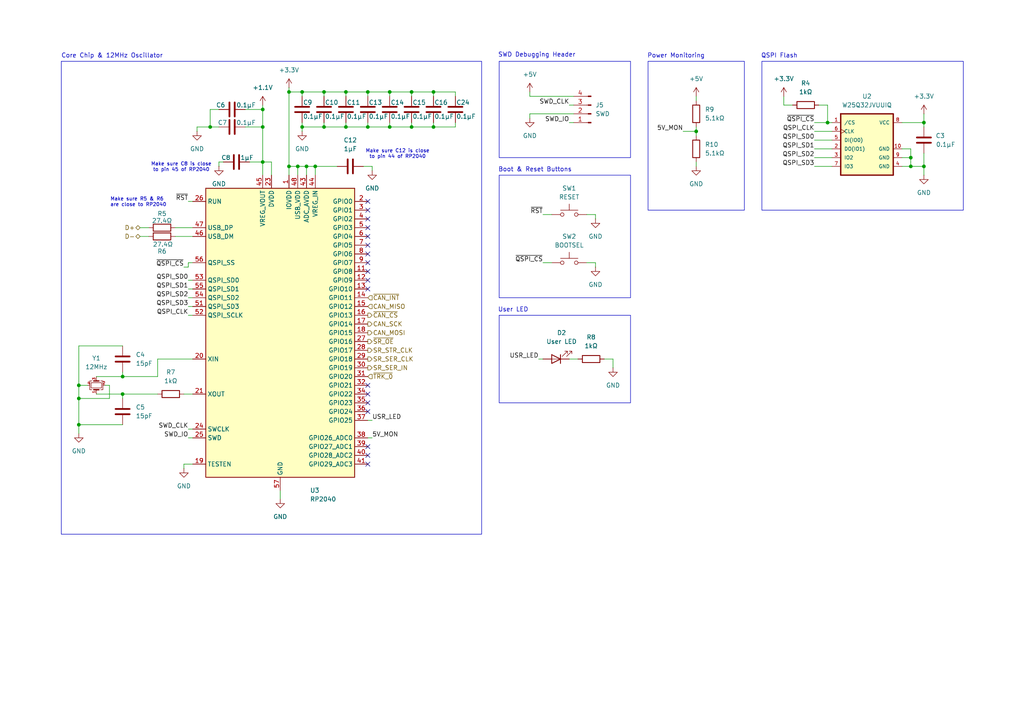
<source format=kicad_sch>
(kicad_sch (version 20250114) (generator "eeschema") (generator_version "9.0")
  (paper "A4")
  (lib_symbols
    (symbol "Connector:Conn_01x04_Pin" (pin_names (offset 1.016) (hide yes))
      (property "Reference" "J" (at 0 5.08 0))
      (property "Value" "Conn_01x04_Pin" (at 0 -7.62 0))
      (symbol "Conn_01x04_Pin_1_1"
        (rectangle (start 0.8636 2.667) (end 0 2.413) (stroke (width 0.1524)) (fill (type outline)))
        (rectangle (start 0.8636 0.127) (end 0 -0.127) (stroke (width 0.1524)) (fill (type outline)))
        (rectangle (start 0.8636 -2.413) (end 0 -2.667) (stroke (width 0.1524)) (fill (type outline)))
        (rectangle (start 0.8636 -4.953) (end 0 -5.207) (stroke (width 0.1524)) (fill (type outline)))
        (polyline (pts (xy 1.27 2.54) (xy 0.8636 2.54)) (stroke (width 0.1524)))
        (polyline (pts (xy 1.27 0) (xy 0.8636 0)) (stroke (width 0.1524)))
        (polyline (pts (xy 1.27 -2.54) (xy 0.8636 -2.54)) (stroke (width 0.1524)))
        (polyline (pts (xy 1.27 -5.08) (xy 0.8636 -5.08)) (stroke (width 0.1524)))
        (pin passive line (at 5.08 2.54 180) (length 3.81) (name "Pin_1") (number "1"))
        (pin passive line (at 5.08 0 180) (length 3.81) (name "Pin_2") (number "2"))
        (pin passive line (at 5.08 -2.54 180) (length 3.81) (name "Pin_3") (number "3"))
        (pin passive line (at 5.08 -5.08 180) (length 3.81) (name "Pin_4") (number "4"))
      )
    )
    (symbol "Device:C" (pin_numbers (hide yes)) (pin_names (offset 0.254))
      (property "Reference" "C" (at 0.635 2.54 0))
      (property "Value" "C" (at 0.635 -2.54 0))
      (symbol "C_0_1"
        (polyline (pts (xy -2.032 0.762) (xy 2.032 0.762)) (stroke (width 0.508)))
        (polyline (pts (xy -2.032 -0.762) (xy 2.032 -0.762)) (stroke (width 0.508)))
      )
      (symbol "C_1_1"
        (pin passive line (at 0 3.81 270) (length 2.794) (name "~") (number "1"))
        (pin passive line (at 0 -3.81 90) (length 2.794) (name "~") (number "2"))
      )
    )
    (symbol "Device:Crystal_GND24_Small" (pin_names (offset 1.016) (hide yes))
      (property "Reference" "Y" (at 1.27 4.445 0))
      (property "Value" "Crystal_GND24_Small" (at 1.27 2.54 0))
      (symbol "Crystal_GND24_Small_0_1"
        (polyline (pts (xy -1.27 1.27) (xy -1.27 1.905) (xy 1.27 1.905) (xy 1.27 1.27)))
        (polyline (pts (xy -1.27 -0.762) (xy -1.27 0.762)) (stroke (width 0.381)))
        (polyline (pts (xy -1.27 -1.27) (xy -1.27 -1.905) (xy 1.27 -1.905) (xy 1.27 -1.27)))
        (rectangle (start -0.762 -1.524) (end 0.762 1.524))
        (polyline (pts (xy 1.27 -0.762) (xy 1.27 0.762)) (stroke (width 0.381)))
      )
      (symbol "Crystal_GND24_Small_1_1"
        (pin passive line (at -2.54 0 0) (length 1.27) (name "1") (number "1"))
        (pin passive line (at 0 2.54 270) (length 0.635) (name "4") (number "4"))
        (pin passive line (at 0 -2.54 90) (length 0.635) (name "2") (number "2"))
        (pin passive line (at 2.54 0 180) (length 1.27) (name "3") (number "3"))
      )
    )
    (symbol "Device:LED" (pin_numbers (hide yes)) (pin_names (offset 1.016) (hide yes))
      (property "Reference" "D" (at 0 2.54 0))
      (property "Value" "LED" (at 0 -2.54 0))
      (symbol "LED_0_1"
        (polyline (pts (xy -3.048 -0.762) (xy -4.572 -2.286) (xy -3.81 -2.286) (xy -4.572 -2.286) (xy -4.572 -1.524)))
        (polyline (pts (xy -1.778 -0.762) (xy -3.302 -2.286) (xy -2.54 -2.286) (xy -3.302 -2.286) (xy -3.302 -1.524)))
        (polyline (pts (xy -1.27 0) (xy 1.27 0)))
        (polyline (pts (xy -1.27 -1.27) (xy -1.27 1.27)) (stroke (width 0.254)))
        (polyline (pts (xy 1.27 -1.27) (xy 1.27 1.27) (xy -1.27 0) (xy 1.27 -1.27)) (stroke (width 0.254)))
      )
      (symbol "LED_1_1"
        (pin passive line (at -3.81 0 0) (length 2.54) (name "K") (number "1"))
        (pin passive line (at 3.81 0 180) (length 2.54) (name "A") (number "2"))
      )
    )
    (symbol "Device:R" (pin_numbers (hide yes)) (pin_names (offset 0))
      (property "Reference" "R" (at 2.032 0 90))
      (property "Value" "R" (at 0 0 90))
      (symbol "R_0_1"
        (rectangle (start -1.016 -2.54) (end 1.016 2.54) (stroke (width 0.254)))
      )
      (symbol "R_1_1"
        (pin passive line (at 0 3.81 270) (length 1.27) (name "~") (number "1"))
        (pin passive line (at 0 -3.81 90) (length 1.27) (name "~") (number "2"))
      )
    )
    (symbol "MCU_RaspberryPi:RP2040"
      (property "Reference" "U" (at 17.78 45.72 0))
      (property "Value" "RP2040" (at 17.78 43.18 0))
      (symbol "RP2040_0_1"
        (rectangle (start -21.59 41.91) (end 21.59 -41.91) (stroke (width 0.254)) (fill (type background)))
      )
      (symbol "RP2040_1_1"
        (pin input line (at -25.4 38.1 0) (length 3.81) (name "RUN") (number "26"))
        (pin bidirectional line (at -25.4 30.48 0) (length 3.81) (name "USB_DP") (number "47"))
        (pin bidirectional line (at -25.4 27.94 0) (length 3.81) (name "USB_DM") (number "46"))
        (pin bidirectional line (at -25.4 20.32 0) (length 3.81) (name "QSPI_SS") (number "56"))
        (pin bidirectional line (at -25.4 15.24 0) (length 3.81) (name "QSPI_SD0") (number "53"))
        (pin bidirectional line (at -25.4 12.7 0) (length 3.81) (name "QSPI_SD1") (number "55"))
        (pin bidirectional line (at -25.4 10.16 0) (length 3.81) (name "QSPI_SD2") (number "54"))
        (pin bidirectional line (at -25.4 7.62 0) (length 3.81) (name "QSPI_SD3") (number "51"))
        (pin output line (at -25.4 5.08 0) (length 3.81) (name "QSPI_SCLK") (number "52"))
        (pin input line (at -25.4 -7.62 0) (length 3.81) (name "XIN") (number "20"))
        (pin passive line (at -25.4 -17.78 0) (length 3.81) (name "XOUT") (number "21"))
        (pin input line (at -25.4 -27.94 0) (length 3.81) (name "SWCLK") (number "24"))
        (pin bidirectional line (at -25.4 -30.48 0) (length 3.81) (name "SWD") (number "25"))
        (pin input line (at -25.4 -38.1 0) (length 3.81) (name "TESTEN") (number "19"))
        (pin power_out line (at -5.08 45.72 270) (length 3.81) (name "VREG_VOUT") (number "45"))
        (pin power_in line (at -2.54 45.72 270) (length 3.81) (name "DVDD") (number "23"))
        (pin passive line (at -2.54 45.72 270) (length 3.81) (hide yes) (name "DVDD") (number "50"))
        (pin power_in line (at 0 -45.72 90) (length 3.81) (name "GND") (number "57"))
        (pin power_in line (at 2.54 45.72 270) (length 3.81) (name "IOVDD") (number "1"))
        (pin passive line (at 2.54 45.72 270) (length 3.81) (hide yes) (name "IOVDD") (number "10"))
        (pin passive line (at 2.54 45.72 270) (length 3.81) (hide yes) (name "IOVDD") (number "22"))
        (pin passive line (at 2.54 45.72 270) (length 3.81) (hide yes) (name "IOVDD") (number "33"))
        (pin passive line (at 2.54 45.72 270) (length 3.81) (hide yes) (name "IOVDD") (number "42"))
        (pin passive line (at 2.54 45.72 270) (length 3.81) (hide yes) (name "IOVDD") (number "49"))
        (pin power_in line (at 5.08 45.72 270) (length 3.81) (name "USB_VDD") (number "48"))
        (pin power_in line (at 7.62 45.72 270) (length 3.81) (name "ADC_AVDD") (number "43"))
        (pin power_in line (at 10.16 45.72 270) (length 3.81) (name "VREG_IN") (number "44"))
        (pin bidirectional line (at 25.4 38.1 180) (length 3.81) (name "GPIO0") (number "2"))
        (pin bidirectional line (at 25.4 35.56 180) (length 3.81) (name "GPIO1") (number "3"))
        (pin bidirectional line (at 25.4 33.02 180) (length 3.81) (name "GPIO2") (number "4"))
        (pin bidirectional line (at 25.4 30.48 180) (length 3.81) (name "GPIO3") (number "5"))
        (pin bidirectional line (at 25.4 27.94 180) (length 3.81) (name "GPIO4") (number "6"))
        (pin bidirectional line (at 25.4 25.4 180) (length 3.81) (name "GPIO5") (number "7"))
        (pin bidirectional line (at 25.4 22.86 180) (length 3.81) (name "GPIO6") (number "8"))
        (pin bidirectional line (at 25.4 20.32 180) (length 3.81) (name "GPIO7") (number "9"))
        (pin bidirectional line (at 25.4 17.78 180) (length 3.81) (name "GPIO8") (number "11"))
        (pin bidirectional line (at 25.4 15.24 180) (length 3.81) (name "GPIO9") (number "12"))
        (pin bidirectional line (at 25.4 12.7 180) (length 3.81) (name "GPIO10") (number "13"))
        (pin bidirectional line (at 25.4 10.16 180) (length 3.81) (name "GPIO11") (number "14"))
        (pin bidirectional line (at 25.4 7.62 180) (length 3.81) (name "GPIO12") (number "15"))
        (pin bidirectional line (at 25.4 5.08 180) (length 3.81) (name "GPIO13") (number "16"))
        (pin bidirectional line (at 25.4 2.54 180) (length 3.81) (name "GPIO14") (number "17"))
        (pin bidirectional line (at 25.4 0 180) (length 3.81) (name "GPIO15") (number "18"))
        (pin bidirectional line (at 25.4 -2.54 180) (length 3.81) (name "GPIO16") (number "27"))
        (pin bidirectional line (at 25.4 -5.08 180) (length 3.81) (name "GPIO17") (number "28"))
        (pin bidirectional line (at 25.4 -7.62 180) (length 3.81) (name "GPIO18") (number "29"))
        (pin bidirectional line (at 25.4 -10.16 180) (length 3.81) (name "GPIO19") (number "30"))
        (pin bidirectional line (at 25.4 -12.7 180) (length 3.81) (name "GPIO20") (number "31"))
        (pin bidirectional line (at 25.4 -15.24 180) (length 3.81) (name "GPIO21") (number "32"))
        (pin bidirectional line (at 25.4 -17.78 180) (length 3.81) (name "GPIO22") (number "34"))
        (pin bidirectional line (at 25.4 -20.32 180) (length 3.81) (name "GPIO23") (number "35"))
        (pin bidirectional line (at 25.4 -22.86 180) (length 3.81) (name "GPIO24") (number "36"))
        (pin bidirectional line (at 25.4 -25.4 180) (length 3.81) (name "GPIO25") (number "37"))
        (pin bidirectional line (at 25.4 -30.48 180) (length 3.81) (name "GPIO26_ADC0") (number "38"))
        (pin bidirectional line (at 25.4 -33.02 180) (length 3.81) (name "GPIO27_ADC1") (number "39"))
        (pin bidirectional line (at 25.4 -35.56 180) (length 3.81) (name "GPIO28_ADC2") (number "40"))
        (pin bidirectional line (at 25.4 -38.1 180) (length 3.81) (name "GPIO29_ADC3") (number "41"))
      )
    )
    (symbol "PCM_0xcb:W25Q32JVUUIQ" (pin_names (offset 1.016))
      (property "Reference" "U?" (at 0 13.97 0))
      (property "Value" "W25Q32JVUUIQ" (at 0 11.43 0))
      (symbol "W25Q32JVUUIQ_0_0"
        (rectangle (start -7.62 8.89) (end 7.62 -8.89) (stroke (width 0.4064)) (fill (type background)))
        (pin input line (at -10.16 6.35 0) (length 2.5) (name "/CS") (number "1"))
        (pin bidirectional clock (at -10.16 3.81 0) (length 2.5) (name "CLK") (number "6"))
        (pin bidirectional line (at -10.16 1.27 0) (length 2.5) (name "DI(IO0)") (number "5"))
        (pin bidirectional line (at -10.16 -1.27 0) (length 2.5) (name "DO(IO1)") (number "2"))
        (pin bidirectional line (at -10.16 -3.81 0) (length 2.5) (name "IO2") (number "3"))
        (pin bidirectional line (at -10.16 -6.35 0) (length 2.5) (name "IO3") (number "7"))
        (pin power_in line (at 10.16 6.35 180) (length 2.5) (name "VCC") (number "8"))
        (pin power_in line (at 10.16 -1.27 180) (length 2.5) (name "GND") (number "10"))
        (pin power_in line (at 10.16 -3.81 180) (length 2.5) (name "GND") (number "9"))
        (pin power_in line (at 10.16 -6.35 180) (length 2.5) (name "GND") (number "4"))
      )
    )
    (symbol "Switch:SW_Push" (pin_numbers (hide yes)) (pin_names (offset 1.016) (hide yes))
      (property "Reference" "SW" (at 1.27 2.54 0))
      (property "Value" "SW_Push" (at 0 -1.524 0))
      (symbol "SW_Push_0_1"
        (circle (center -2.032 0) (radius 0.508))
        (polyline (pts (xy 0 1.27) (xy 0 3.048)))
        (circle (center 2.032 0) (radius 0.508))
        (polyline (pts (xy 2.54 1.27) (xy -2.54 1.27)))
        (pin passive line (at -5.08 0 0) (length 2.54) (name "1") (number "1"))
        (pin passive line (at 5.08 0 180) (length 2.54) (name "2") (number "2"))
      )
    )
    (symbol "power:+1V1" (power) (pin_numbers (hide yes)) (pin_names (offset 0) (hide yes))
      (property "Value" "+1V1" (at 0 3.556 0))
      (symbol "+1V1_0_1"
        (polyline (pts (xy -0.762 1.27) (xy 0 2.54)))
        (polyline (pts (xy 0 2.54) (xy 0.762 1.27)))
        (polyline (pts (xy 0 0) (xy 0 2.54)))
      )
      (symbol "+1V1_1_1"
        (pin power_in line (at 0 0 90) (length 0) (name "~") (number "1"))
      )
    )
    (symbol "power:+3.3V" (power) (pin_numbers (hide yes)) (pin_names (offset 0) (hide yes))
      (property "Value" "+3.3V" (at 0 3.556 0))
      (symbol "+3.3V_0_1"
        (polyline (pts (xy -0.762 1.27) (xy 0 2.54)))
        (polyline (pts (xy 0 2.54) (xy 0.762 1.27)))
        (polyline (pts (xy 0 0) (xy 0 2.54)))
      )
      (symbol "+3.3V_1_1"
        (pin power_in line (at 0 0 90) (length 0) (name "~") (number "1"))
      )
    )
    (symbol "power:+5V" (power) (pin_numbers (hide yes)) (pin_names (offset 0) (hide yes))
      (property "Value" "+5V" (at 0 3.556 0))
      (symbol "+5V_0_1"
        (polyline (pts (xy -0.762 1.27) (xy 0 2.54)))
        (polyline (pts (xy 0 2.54) (xy 0.762 1.27)))
        (polyline (pts (xy 0 0) (xy 0 2.54)))
      )
      (symbol "+5V_1_1"
        (pin power_in line (at 0 0 90) (length 0) (name "~") (number "1"))
      )
    )
    (symbol "power:GND" (power) (pin_numbers (hide yes)) (pin_names (offset 0) (hide yes))
      (property "Value" "GND" (at 0 -3.81 0))
      (symbol "GND_0_1"
        (polyline (pts (xy 0 0) (xy 0 -1.27) (xy 1.27 -1.27) (xy 0 -2.54) (xy -1.27 -1.27) (xy 0 -1.27)))
      )
      (symbol "GND_1_1"
        (pin power_in line (at 0 0 270) (length 0) (name "~") (number "1"))
      )
    )
  )
  (rectangle (start 144.78 17.78) (end 182.88 45.72))
  (rectangle (start 187.96 17.78) (end 215.9 60.96))
  (rectangle (start 144.78 91.44) (end 182.88 116.84))
  (rectangle (start 144.78 50.8) (end 182.88 86.36))
  (rectangle (start 17.78 17.78) (end 139.7 154.94))
  (rectangle (start 220.98 17.78) (end 279.4 60.96))
  (text "Power Monitoring" (at 196.088 16.256 0) (effects (font (size 1.27 1.27))))
  (text "User LED" (at 148.844 89.916 0) (effects (font (size 1.27 1.27))))
  (text "Boot & Reset Buttons" (at 155.194 49.276 0) (effects (font (size 1.27 1.27))))
  (text "QSPI Flash" (at 226.06 16.256 0) (effects (font (size 1.27 1.27))))
  (text "Core Chip & 12MHz Oscillator" (at 32.512 16.256 0) (effects (font (size 1.27 1.27))))
  (text "SWD Debugging Header" (at 155.702 16.002 0) (effects (font (size 1.27 1.27))))
  (text "Make sure C12 is close\nto pin 44 of RP2040" (at 115.316 44.704 0) (effects (font (size 1.016 1.016))))
  (text "Make sure R5 & R6 \nare close to RP2040" (at 40.132 58.674 0) (effects (font (size 1.016 1.016))))
  (text "Make sure C8 is close\nto pin 45 of RP2040" (at 52.578 48.514 0) (effects (font (size 1.016 1.016))))
  (junction (at 35.56 114.3))
  (junction (at 93.98 26.67))
  (junction (at 119.38 26.67))
  (junction (at 22.86 111.76))
  (junction (at 240.03 35.56))
  (junction (at 87.63 36.83))
  (junction (at 100.33 36.83))
  (junction (at 86.36 48.26))
  (junction (at 76.2 31.75))
  (junction (at 113.03 26.67))
  (junction (at 119.38 36.83))
  (junction (at 201.93 38.1))
  (junction (at 22.86 115.57))
  (junction (at 106.68 26.67))
  (junction (at 125.73 26.67))
  (junction (at 83.82 26.67))
  (junction (at 35.56 109.22))
  (junction (at 267.97 48.26))
  (junction (at 125.73 36.83))
  (junction (at 91.44 48.26))
  (junction (at 264.16 45.72))
  (junction (at 113.03 36.83))
  (junction (at 60.96 36.83))
  (junction (at 100.33 26.67))
  (junction (at 76.2 46.99))
  (junction (at 93.98 36.83))
  (junction (at 83.82 48.26))
  (junction (at 267.97 35.56))
  (junction (at 22.86 123.19))
  (junction (at 87.63 26.67))
  (junction (at 88.9 48.26))
  (junction (at 264.16 48.26))
  (junction (at 106.68 36.83))
  (junction (at 76.2 36.83))
  (no_connect (at 106.68 129.54))
  (no_connect (at 106.68 134.62))
  (no_connect (at 106.68 132.08))
  (no_connect (at 106.68 114.3))
  (no_connect (at 106.68 68.58))
  (no_connect (at 106.68 71.12))
  (no_connect (at 106.68 76.2))
  (no_connect (at 106.68 66.04))
  (no_connect (at 106.68 81.28))
  (no_connect (at 106.68 78.74))
  (no_connect (at 106.68 58.42))
  (no_connect (at 106.68 83.82))
  (no_connect (at 106.68 116.84))
  (no_connect (at 106.68 60.96))
  (no_connect (at 106.68 111.76))
  (no_connect (at 106.68 119.38))
  (no_connect (at 106.68 73.66))
  (no_connect (at 106.68 63.5))
  (wire (pts (xy 165.1 30.48) (xy 166.37 30.48)))
  (wire (pts (xy 107.95 49.53) (xy 107.95 48.26)))
  (wire (pts (xy 264.16 43.18) (xy 264.16 45.72)))
  (wire (pts (xy 55.88 134.62) (xy 53.34 134.62)))
  (wire (pts (xy 236.22 43.18) (xy 241.3 43.18)))
  (wire (pts (xy 54.61 81.28) (xy 55.88 81.28)))
  (wire (pts (xy 83.82 48.26) (xy 86.36 48.26)))
  (wire (pts (xy 201.93 36.83) (xy 201.93 38.1)))
  (wire (pts (xy 76.2 31.75) (xy 71.12 31.75)))
  (wire (pts (xy 267.97 48.26) (xy 267.97 50.8)))
  (wire (pts (xy 113.03 36.83) (xy 106.68 36.83)))
  (wire (pts (xy 53.34 114.3) (xy 55.88 114.3)))
  (wire (pts (xy 88.9 50.8) (xy 88.9 48.26)))
  (wire (pts (xy 57.15 38.1) (xy 57.15 36.83)))
  (wire (pts (xy 40.64 68.58) (xy 43.18 68.58)))
  (wire (pts (xy 76.2 46.99) (xy 76.2 50.8)))
  (wire (pts (xy 236.22 40.64) (xy 241.3 40.64)))
  (wire (pts (xy 27.94 114.3) (xy 35.56 114.3)))
  (wire (pts (xy 50.8 68.58) (xy 55.88 68.58)))
  (wire (pts (xy 22.86 100.33) (xy 22.86 111.76)))
  (wire (pts (xy 53.34 77.47) (xy 54.61 77.47)))
  (wire (pts (xy 132.08 26.67) (xy 125.73 26.67)))
  (wire (pts (xy 106.68 127) (xy 107.95 127)))
  (wire (pts (xy 153.67 33.02) (xy 153.67 34.29)))
  (wire (pts (xy 100.33 26.67) (xy 106.68 26.67)))
  (wire (pts (xy 267.97 33.02) (xy 267.97 35.56)))
  (wire (pts (xy 91.44 50.8) (xy 91.44 48.26)))
  (wire (pts (xy 55.88 104.14) (xy 45.72 104.14)))
  (wire (pts (xy 35.56 114.3) (xy 45.72 114.3)))
  (wire (pts (xy 132.08 27.94) (xy 132.08 26.67)))
  (wire (pts (xy 172.72 76.2) (xy 172.72 77.47)))
  (wire (pts (xy 76.2 31.75) (xy 76.2 36.83)))
  (wire (pts (xy 93.98 27.94) (xy 93.98 26.67)))
  (wire (pts (xy 81.28 142.24) (xy 81.28 144.78)))
  (wire (pts (xy 22.86 115.57) (xy 22.86 123.19)))
  (wire (pts (xy 35.56 123.19) (xy 22.86 123.19)))
  (wire (pts (xy 106.68 36.83) (xy 100.33 36.83)))
  (wire (pts (xy 25.4 111.76) (xy 22.86 111.76)))
  (wire (pts (xy 198.12 38.1) (xy 201.93 38.1)))
  (wire (pts (xy 54.61 83.82) (xy 55.88 83.82)))
  (wire (pts (xy 261.62 45.72) (xy 264.16 45.72)))
  (wire (pts (xy 27.94 109.22) (xy 35.56 109.22)))
  (wire (pts (xy 93.98 35.56) (xy 93.98 36.83)))
  (wire (pts (xy 106.68 121.92) (xy 107.95 121.92)))
  (wire (pts (xy 63.5 36.83) (xy 60.96 36.83)))
  (wire (pts (xy 54.61 124.46) (xy 55.88 124.46)))
  (wire (pts (xy 54.61 58.42) (xy 55.88 58.42)))
  (wire (pts (xy 125.73 27.94) (xy 125.73 26.67)))
  (wire (pts (xy 63.5 31.75) (xy 60.96 31.75)))
  (wire (pts (xy 83.82 26.67) (xy 87.63 26.67)))
  (wire (pts (xy 156.21 104.14) (xy 157.48 104.14)))
  (wire (pts (xy 88.9 48.26) (xy 91.44 48.26)))
  (wire (pts (xy 54.61 77.47) (xy 54.61 76.2)))
  (wire (pts (xy 261.62 35.56) (xy 267.97 35.56)))
  (wire (pts (xy 53.34 134.62) (xy 53.34 135.89)))
  (wire (pts (xy 54.61 86.36) (xy 55.88 86.36)))
  (wire (pts (xy 93.98 26.67) (xy 87.63 26.67)))
  (wire (pts (xy 72.39 46.99) (xy 76.2 46.99)))
  (wire (pts (xy 113.03 35.56) (xy 113.03 36.83)))
  (wire (pts (xy 157.48 76.2) (xy 160.02 76.2)))
  (wire (pts (xy 240.03 30.48) (xy 240.03 35.56)))
  (wire (pts (xy 88.9 48.26) (xy 86.36 48.26)))
  (wire (pts (xy 170.18 76.2) (xy 172.72 76.2)))
  (wire (pts (xy 236.22 45.72) (xy 241.3 45.72)))
  (wire (pts (xy 201.93 38.1) (xy 201.93 39.37)))
  (wire (pts (xy 166.37 33.02) (xy 153.67 33.02)))
  (wire (pts (xy 50.8 66.04) (xy 55.88 66.04)))
  (wire (pts (xy 78.74 46.99) (xy 78.74 50.8)))
  (wire (pts (xy 83.82 50.8) (xy 83.82 48.26)))
  (wire (pts (xy 40.64 66.04) (xy 43.18 66.04)))
  (wire (pts (xy 83.82 25.4) (xy 83.82 26.67)))
  (wire (pts (xy 91.44 48.26) (xy 97.79 48.26)))
  (wire (pts (xy 125.73 35.56) (xy 125.73 36.83)))
  (wire (pts (xy 201.93 46.99) (xy 201.93 48.26)))
  (wire (pts (xy 119.38 35.56) (xy 119.38 36.83)))
  (wire (pts (xy 57.15 36.83) (xy 60.96 36.83)))
  (wire (pts (xy 107.95 48.26) (xy 105.41 48.26)))
  (wire (pts (xy 119.38 26.67) (xy 113.03 26.67)))
  (wire (pts (xy 267.97 44.45) (xy 267.97 48.26)))
  (wire (pts (xy 100.33 35.56) (xy 100.33 36.83)))
  (wire (pts (xy 236.22 35.56) (xy 240.03 35.56)))
  (wire (pts (xy 22.86 111.76) (xy 22.86 115.57)))
  (wire (pts (xy 237.49 30.48) (xy 240.03 30.48)))
  (wire (pts (xy 45.72 109.22) (xy 35.56 109.22)))
  (wire (pts (xy 45.72 104.14) (xy 45.72 109.22)))
  (wire (pts (xy 54.61 127) (xy 55.88 127)))
  (wire (pts (xy 106.68 27.94) (xy 106.68 26.67)))
  (wire (pts (xy 87.63 27.94) (xy 87.63 26.67)))
  (wire (pts (xy 177.8 104.14) (xy 177.8 106.68)))
  (wire (pts (xy 227.33 30.48) (xy 229.87 30.48)))
  (wire (pts (xy 31.75 111.76) (xy 31.75 115.57)))
  (wire (pts (xy 267.97 35.56) (xy 267.97 36.83)))
  (wire (pts (xy 63.5 46.99) (xy 64.77 46.99)))
  (wire (pts (xy 157.48 62.23) (xy 160.02 62.23)))
  (wire (pts (xy 165.1 35.56) (xy 166.37 35.56)))
  (wire (pts (xy 54.61 76.2) (xy 55.88 76.2)))
  (wire (pts (xy 175.26 104.14) (xy 177.8 104.14)))
  (wire (pts (xy 261.62 43.18) (xy 264.16 43.18)))
  (wire (pts (xy 83.82 26.67) (xy 83.82 48.26)))
  (wire (pts (xy 31.75 115.57) (xy 22.86 115.57)))
  (wire (pts (xy 35.56 100.33) (xy 22.86 100.33)))
  (wire (pts (xy 71.12 36.83) (xy 76.2 36.83)))
  (wire (pts (xy 35.56 107.95) (xy 35.56 109.22)))
  (wire (pts (xy 87.63 36.83) (xy 87.63 38.1)))
  (wire (pts (xy 125.73 36.83) (xy 119.38 36.83)))
  (wire (pts (xy 170.18 62.23) (xy 172.72 62.23)))
  (wire (pts (xy 60.96 31.75) (xy 60.96 36.83)))
  (wire (pts (xy 132.08 35.56) (xy 132.08 36.83)))
  (wire (pts (xy 54.61 88.9) (xy 55.88 88.9)))
  (wire (pts (xy 93.98 36.83) (xy 87.63 36.83)))
  (wire (pts (xy 165.1 104.14) (xy 167.64 104.14)))
  (wire (pts (xy 132.08 36.83) (xy 125.73 36.83)))
  (wire (pts (xy 240.03 35.56) (xy 241.3 35.56)))
  (wire (pts (xy 113.03 26.67) (xy 106.68 26.67)))
  (wire (pts (xy 76.2 46.99) (xy 78.74 46.99)))
  (wire (pts (xy 35.56 114.3) (xy 35.56 115.57)))
  (wire (pts (xy 172.72 62.23) (xy 172.72 63.5)))
  (wire (pts (xy 100.33 27.94) (xy 100.33 26.67)))
  (wire (pts (xy 100.33 36.83) (xy 93.98 36.83)))
  (wire (pts (xy 22.86 123.19) (xy 22.86 125.73)))
  (wire (pts (xy 119.38 27.94) (xy 119.38 26.67)))
  (wire (pts (xy 54.61 91.44) (xy 55.88 91.44)))
  (wire (pts (xy 236.22 48.26) (xy 241.3 48.26)))
  (wire (pts (xy 227.33 27.94) (xy 227.33 30.48)))
  (wire (pts (xy 261.62 48.26) (xy 264.16 48.26)))
  (wire (pts (xy 76.2 30.48) (xy 76.2 31.75)))
  (wire (pts (xy 264.16 48.26) (xy 267.97 48.26)))
  (wire (pts (xy 87.63 35.56) (xy 87.63 36.83)))
  (wire (pts (xy 153.67 27.94) (xy 153.67 26.67)))
  (wire (pts (xy 86.36 48.26) (xy 86.36 50.8)))
  (wire (pts (xy 166.37 27.94) (xy 153.67 27.94)))
  (wire (pts (xy 31.75 111.76) (xy 30.48 111.76)))
  (wire (pts (xy 93.98 26.67) (xy 100.33 26.67)))
  (wire (pts (xy 106.68 35.56) (xy 106.68 36.83)))
  (wire (pts (xy 125.73 26.67) (xy 119.38 26.67)))
  (wire (pts (xy 76.2 36.83) (xy 76.2 46.99)))
  (wire (pts (xy 236.22 38.1) (xy 241.3 38.1)))
  (wire (pts (xy 113.03 27.94) (xy 113.03 26.67)))
  (wire (pts (xy 201.93 27.94) (xy 201.93 29.21)))
  (wire (pts (xy 119.38 36.83) (xy 113.03 36.83)))
  (wire (pts (xy 264.16 45.72) (xy 264.16 48.26)))
  (wire (pts (xy 63.5 48.26) (xy 63.5 46.99)))
  (label "QSPI_SD1" (at 236.22 43.18 180))
  (label "SWD_CLK" (at 54.61 124.46 180))
  (label "QSPI_SD2" (at 54.61 86.36 180))
  (label "QSPI_SD1" (at 54.61 83.82 180))
  (label "USR_LED" (at 107.95 121.92 0))
  (label "5V_MON" (at 198.12 38.1 180))
  (label "QSPI_SD2" (at 236.22 45.72 180))
  (label "QSPI_SD3" (at 54.61 88.9 180))
  (label "~{QSPI_CS}" (at 53.34 77.47 180))
  (label "SWD_CLK" (at 165.1 30.48 180))
  (label "QSPI_SD0" (at 236.22 40.64 180))
  (label "QSPI_CLK" (at 236.22 38.1 180))
  (label "~{QSPI_CS}" (at 236.22 35.56 180))
  (label "SWD_IO" (at 54.61 127 180))
  (label "QSPI_CLK" (at 54.61 91.44 180))
  (label "5V_MON" (at 107.95 127 0))
  (label "USR_LED" (at 156.21 104.14 180))
  (label "~{RST}" (at 157.48 62.23 180))
  (label "QSPI_SD0" (at 54.61 81.28 180))
  (label "SWD_IO" (at 165.1 35.56 180))
  (label "~{RST}" (at 54.61 58.42 180))
  (label "~{QSPI_CS}" (at 157.48 76.2 180))
  (label "QSPI_SD3" (at 236.22 48.26 180))
  (hierarchical_label "D+" (shape bidirectional) (at 40.64 66.04 180))
  (hierarchical_label "CAN_MISO" (shape input) (at 106.68 88.9 0))
  (hierarchical_label "~{CAN_INT}" (shape input) (at 106.68 86.36 0))
  (hierarchical_label "~{SR_OE}" (shape output) (at 106.68 99.06 0))
  (hierarchical_label "CAN_SCK" (shape output) (at 106.68 93.98 0))
  (hierarchical_label "~{TRK_0}" (shape input) (at 106.68 109.22 0))
  (hierarchical_label "~{CAN_CS}" (shape output) (at 106.68 91.44 0))
  (hierarchical_label "SR_SER_CLK" (shape output) (at 106.68 104.14 0))
  (hierarchical_label "SR_STR_CLK" (shape output) (at 106.68 101.6 0))
  (hierarchical_label "D-" (shape bidirectional) (at 40.64 68.58 180))
  (hierarchical_label "SR_SER_IN" (shape output) (at 106.68 106.68 0))
  (hierarchical_label "CAN_MOSI" (shape output) (at 106.68 96.52 0))
  (symbol (lib_id "power:+1V1") (at 76.2 30.48 0) (mirror y) (unit 1)
    (property "Reference" "#PWR023" (effects (hide yes)))
    (property "Value" "+1.1V" (at 76.2 25.4 0))
    (property "Description" "Power symbol creates a global label with name \"+1V1\"" (effects (hide yes)))
  )
  (symbol (lib_id "Device:C") (at 119.38 31.75 0) (mirror y) (unit 1)
    (property "Reference" "C15" (at 119.634 29.718 0) (effects (justify right)))
    (property "Value" "0.1µF" (at 119.634 33.782 0) (effects (justify right)))
    (property "Footprint" "Capacitor_SMD:C_0402_1005Metric" (effects (hide yes)))
    (property "Description" "Unpolarized capacitor" (effects (hide yes)))
  )
  (symbol (lib_id "power:GND") (at 153.67 34.29 0) (unit 1)
    (property "Reference" "#PWR029" (effects (hide yes)))
    (property "Value" "GND" (at 153.67 39.37 0))
    (property "Description" "Power symbol creates a global label with name \"GND\" , ground" (effects (hide yes)))
  )
  (symbol (lib_id "power:+3.3V") (at 83.82 25.4 0) (unit 1)
    (property "Reference" "#PWR025" (effects (hide yes)))
    (property "Value" "+3.3V" (at 83.82 20.32 0))
    (property "Description" "Power symbol creates a global label with name \"+3.3V\"" (effects (hide yes)))
  )
  (symbol (lib_id "power:GND") (at 172.72 77.47 0) (unit 1)
    (property "Reference" "#PWR031" (effects (hide yes)))
    (property "Value" "GND" (at 172.72 82.55 0))
    (property "Description" "Power symbol creates a global label with name \"GND\" , ground" (effects (hide yes)))
  )
  (symbol (lib_id "Device:C") (at 113.03 31.75 0) (mirror y) (unit 1)
    (property "Reference" "C14" (at 113.284 29.718 0) (effects (justify right)))
    (property "Value" "0.1µF" (at 113.284 33.782 0) (effects (justify right)))
    (property "Footprint" "Capacitor_SMD:C_0402_1005Metric" (effects (hide yes)))
    (property "Description" "Unpolarized capacitor" (effects (hide yes)))
  )
  (symbol (lib_id "power:GND") (at 63.5 48.26 0) (unit 1)
    (property "Reference" "#PWR022" (effects (hide yes)))
    (property "Value" "GND" (at 63.5 53.34 0))
    (property "Description" "Power symbol creates a global label with name \"GND\" , ground" (effects (hide yes)))
  )
  (symbol (lib_id "Device:R") (at 233.68 30.48 270) (unit 1)
    (property "Reference" "R4" (at 233.68 24.13 90))
    (property "Value" "1kΩ" (at 233.68 26.67 90))
    (property "Footprint" "Resistor_SMD:R_0402_1005Metric" (effects (hide yes)))
    (property "Description" "Resistor" (effects (hide yes)))
  )
  (symbol (lib_id "power:GND") (at 53.34 135.89 0) (unit 1)
    (property "Reference" "#PWR020" (effects (hide yes)))
    (property "Value" "GND" (at 53.34 140.97 0))
    (property "Description" "Power symbol creates a global label with name \"GND\" , ground" (effects (hide yes)))
  )
  (symbol (lib_id "power:+3.3V") (at 267.97 33.02 0) (mirror y) (unit 1)
    (property "Reference" "#PWR017" (effects (hide yes)))
    (property "Value" "+3.3V" (at 267.97 27.94 0))
    (property "Description" "Power symbol creates a global label with name \"+3.3V\"" (effects (hide yes)))
  )
  (symbol (lib_id "power:GND") (at 22.86 125.73 0) (unit 1)
    (property "Reference" "#PWR019" (effects (hide yes)))
    (property "Value" "GND" (at 22.86 130.81 0))
    (property "Description" "Power symbol creates a global label with name \"GND\" , ground" (effects (hide yes)))
  )
  (symbol (lib_id "power:GND") (at 107.95 49.53 0) (mirror y) (unit 1)
    (property "Reference" "#PWR027" (effects (hide yes)))
    (property "Value" "GND" (at 107.95 54.61 0))
    (property "Description" "Power symbol creates a global label with name \"GND\" , ground" (effects (hide yes)))
  )
  (symbol (lib_id "Device:C") (at 132.08 31.75 0) (mirror y) (unit 1)
    (property "Reference" "C24" (at 132.334 29.718 0) (effects (justify right)))
    (property "Value" "0.1µF" (at 132.334 33.782 0) (effects (justify right)))
    (property "Footprint" "Capacitor_SMD:C_0402_1005Metric" (effects (hide yes)))
    (property "Description" "Unpolarized capacitor" (effects (hide yes)))
  )
  (symbol (lib_id "PCM_0xcb:W25Q32JVUUIQ") (at 251.46 41.91 0) (unit 1)
    (property "Reference" "U2" (at 251.46 27.94 0))
    (property "Value" "W25Q32JVUUIQ" (at 251.46 30.48 0))
    (property "Footprint" "PCM_0xcb:W25Q32JVUUIQ" (effects (hide yes)))
    (property "Datasheet" "https://datasheet.lcsc.com/lcsc/2204191800_Winbond-Elec-W25Q32JVUUIQ_C2999380.pdf" (effects (hide yes)))
    (property "Description" "4MB flash" (effects (hide yes)))
    (property "Manufacturer" "Winbond" (effects (hide yes)))
    (property "LCSC" "C2999380" (effects (hide yes)))
    (property "MPN" "W25Q32JVUUIQ" (effects (hide yes)))
  )
  (symbol (lib_id "Device:R") (at 46.99 66.04 270) (unit 1)
    (property "Reference" "R5" (at 46.99 61.976 90))
    (property "Value" "27.4Ω" (at 46.99 64.008 90))
    (property "Footprint" "Resistor_SMD:R_0402_1005Metric" (effects (hide yes)))
    (property "Description" "Resistor" (effects (hide yes)))
  )
  (symbol (lib_id "Device:LED") (at 161.29 104.14 180) (unit 1)
    (property "Reference" "D2" (at 162.8775 96.52 0))
    (property "Value" "User LED" (at 162.8775 99.06 0))
    (property "Footprint" "LED_SMD:LED_0603_1608Metric" (effects (hide yes)))
    (property "Description" "Light emitting diode" (effects (hide yes)))
  )
  (symbol (lib_id "Device:C") (at 93.98 31.75 0) (mirror y) (unit 1)
    (property "Reference" "C10" (at 94.234 29.718 0) (effects (justify right)))
    (property "Value" "0.1µF" (at 94.234 33.782 0) (effects (justify right)))
    (property "Footprint" "Capacitor_SMD:C_0402_1005Metric" (effects (hide yes)))
    (property "Description" "Unpolarized capacitor" (effects (hide yes)))
  )
  (symbol (lib_id "MCU_RaspberryPi:RP2040") (at 81.28 96.52 0) (unit 1)
    (property "Reference" "U3" (at 89.916 142.24 0) (effects (justify left)))
    (property "Value" "RP2040" (at 89.916 144.78 0) (effects (justify left)))
    (property "Footprint" "Package_DFN_QFN:QFN-56-1EP_7x7mm_P0.4mm_EP3.2x3.2mm" (effects (hide yes)))
    (property "Datasheet" "https://datasheets.raspberrypi.com/rp2040/rp2040-datasheet.pdf" (effects (hide yes)))
    (property "Description" "A microcontroller by Raspberry Pi" (effects (hide yes)))
  )
  (symbol (lib_id "Device:R") (at 201.93 43.18 0) (unit 1)
    (property "Reference" "R10" (at 204.47 41.9099 0) (effects (justify left)))
    (property "Value" "5.1kΩ" (at 204.47 44.4499 0) (effects (justify left)))
    (property "Footprint" "Resistor_SMD:R_0402_1005Metric" (effects (hide yes)))
    (property "Description" "Resistor" (effects (hide yes)))
  )
  (symbol (lib_id "power:GND") (at 201.93 48.26 0) (unit 1)
    (property "Reference" "#PWR034" (effects (hide yes)))
    (property "Value" "GND" (at 201.93 53.34 0))
    (property "Description" "Power symbol creates a global label with name \"GND\" , ground" (effects (hide yes)))
  )
  (symbol (lib_id "power:+5V") (at 153.67 26.67 0) (unit 1)
    (property "Reference" "#PWR028" (effects (hide yes)))
    (property "Value" "+5V" (at 153.67 21.59 0))
    (property "Description" "Power symbol creates a global label with name \"+5V\"" (effects (hide yes)))
  )
  (symbol (lib_id "Device:C") (at 101.6 48.26 270) (mirror x) (unit 1)
    (property "Reference" "C12" (at 101.6 40.64 90))
    (property "Value" "1µF" (at 101.6 43.18 90))
    (property "Footprint" "Capacitor_SMD:C_0402_1005Metric" (effects (hide yes)))
    (property "Description" "Unpolarized capacitor" (effects (hide yes)))
  )
  (symbol (lib_id "power:+3.3V") (at 227.33 27.94 0) (unit 1)
    (property "Reference" "#PWR018" (effects (hide yes)))
    (property "Value" "+3.3V" (at 227.33 22.86 0))
    (property "Description" "Power symbol creates a global label with name \"+3.3V\"" (effects (hide yes)))
  )
  (symbol (lib_id "Switch:SW_Push") (at 165.1 62.23 0) (unit 1)
    (property "Reference" "SW1" (at 165.1 54.61 0))
    (property "Value" "RESET" (at 165.1 57.15 0))
    (property "Footprint" "Button_Switch_SMD:SW_SPST_B3U-1000P" (effects (hide yes)))
    (property "Description" "Push button switch, generic, two pins" (effects (hide yes)))
  )
  (symbol (lib_id "Device:C") (at 67.31 36.83 270) (mirror x) (unit 1)
    (property "Reference" "C7" (at 64.516 35.56 90))
    (property "Value" "0.1µF" (at 71.374 35.56 90))
    (property "Footprint" "Capacitor_SMD:C_0402_1005Metric" (effects (hide yes)))
    (property "Description" "Unpolarized capacitor" (effects (hide yes)))
  )
  (symbol (lib_id "Device:C") (at 100.33 31.75 0) (mirror y) (unit 1)
    (property "Reference" "C11" (at 100.584 29.718 0) (effects (justify right)))
    (property "Value" "0.1µF" (at 100.584 33.782 0) (effects (justify right)))
    (property "Footprint" "Capacitor_SMD:C_0402_1005Metric" (effects (hide yes)))
    (property "Description" "Unpolarized capacitor" (effects (hide yes)))
  )
  (symbol (lib_id "power:GND") (at 57.15 38.1 0) (mirror y) (unit 1)
    (property "Reference" "#PWR021" (effects (hide yes)))
    (property "Value" "GND" (at 57.15 43.18 0))
    (property "Description" "Power symbol creates a global label with name \"GND\" , ground" (effects (hide yes)))
  )
  (symbol (lib_id "power:+5V") (at 201.93 27.94 0) (unit 1)
    (property "Reference" "#PWR033" (effects (hide yes)))
    (property "Value" "+5V" (at 201.93 22.86 0))
    (property "Description" "Power symbol creates a global label with name \"+5V\"" (effects (hide yes)))
  )
  (symbol (lib_id "Device:C") (at 67.31 31.75 270) (mirror x) (unit 1)
    (property "Reference" "C6" (at 64.008 30.48 90))
    (property "Value" "0.1µF" (at 71.374 30.48 90))
    (property "Footprint" "Capacitor_SMD:C_0402_1005Metric" (effects (hide yes)))
    (property "Description" "Unpolarized capacitor" (effects (hide yes)))
  )
  (symbol (lib_id "Device:R") (at 49.53 114.3 90) (unit 1)
    (property "Reference" "R7" (at 49.53 107.95 90))
    (property "Value" "1kΩ" (at 49.53 110.49 90))
    (property "Footprint" "Resistor_SMD:R_0402_1005Metric" (effects (hide yes)))
    (property "Description" "Resistor" (effects (hide yes)))
  )
  (symbol (lib_id "Device:C") (at 35.56 119.38 180) (unit 1)
    (property "Reference" "C5" (at 39.37 118.1099 0) (effects (justify right)))
    (property "Value" "15pF" (at 39.37 120.6499 0) (effects (justify right)))
    (property "Footprint" "Capacitor_SMD:C_0402_1005Metric" (effects (hide yes)))
    (property "Description" "Unpolarized capacitor" (effects (hide yes)))
  )
  (symbol (lib_id "Device:C") (at 125.73 31.75 0) (mirror y) (unit 1)
    (property "Reference" "C16" (at 125.984 29.718 0) (effects (justify right)))
    (property "Value" "0.1µF" (at 125.984 33.782 0) (effects (justify right)))
    (property "Footprint" "Capacitor_SMD:C_0402_1005Metric" (effects (hide yes)))
    (property "Description" "Unpolarized capacitor" (effects (hide yes)))
  )
  (symbol (lib_id "Device:C") (at 35.56 104.14 180) (unit 1)
    (property "Reference" "C4" (at 39.37 102.8699 0) (effects (justify right)))
    (property "Value" "15pF" (at 39.37 105.4099 0) (effects (justify right)))
    (property "Footprint" "Capacitor_SMD:C_0402_1005Metric" (effects (hide yes)))
    (property "Description" "Unpolarized capacitor" (effects (hide yes)))
  )
  (symbol (lib_id "power:GND") (at 87.63 38.1 0) (mirror y) (unit 1)
    (property "Reference" "#PWR026" (effects (hide yes)))
    (property "Value" "GND" (at 87.63 43.18 0))
    (property "Description" "Power symbol creates a global label with name \"GND\" , ground" (effects (hide yes)))
  )
  (symbol (lib_id "Device:R") (at 46.99 68.58 270) (unit 1)
    (property "Reference" "R6" (at 46.99 72.898 90))
    (property "Value" "27.4Ω" (at 47.244 70.866 90))
    (property "Footprint" "Resistor_SMD:R_0402_1005Metric" (effects (hide yes)))
    (property "Description" "Resistor" (effects (hide yes)))
  )
  (symbol (lib_id "power:GND") (at 172.72 63.5 0) (unit 1)
    (property "Reference" "#PWR030" (effects (hide yes)))
    (property "Value" "GND" (at 172.72 68.58 0))
    (property "Description" "Power symbol creates a global label with name \"GND\" , ground" (effects (hide yes)))
  )
  (symbol (lib_id "power:GND") (at 81.28 144.78 0) (unit 1)
    (property "Reference" "#PWR024" (effects (hide yes)))
    (property "Value" "GND" (at 81.28 149.86 0))
    (property "Description" "Power symbol creates a global label with name \"GND\" , ground" (effects (hide yes)))
  )
  (symbol (lib_id "Device:C") (at 87.63 31.75 0) (mirror y) (unit 1)
    (property "Reference" "C9" (at 87.884 29.718 0) (effects (justify right)))
    (property "Value" "0.1µF" (at 87.884 33.782 0) (effects (justify right)))
    (property "Footprint" "Capacitor_SMD:C_0402_1005Metric" (effects (hide yes)))
    (property "Description" "Unpolarized capacitor" (effects (hide yes)))
  )
  (symbol (lib_id "Connector:Conn_01x04_Pin") (at 171.45 33.02 180) (unit 1)
    (property "Reference" "J5" (at 172.72 30.4799 0) (effects (justify right)))
    (property "Value" "SWD" (at 172.72 33.0199 0) (effects (justify right)))
    (property "Footprint" "Connector_PinHeader_2.54mm:PinHeader_1x04_P2.54mm_Vertical" (effects (hide yes)))
    (property "Description" "Generic connector, single row, 01x04, script generated" (effects (hide yes)))
  )
  (symbol (lib_id "Device:C") (at 68.58 46.99 90) (unit 1)
    (property "Reference" "C8" (at 65.532 45.72 90))
    (property "Value" "1µF" (at 71.628 45.72 90))
    (property "Footprint" "Capacitor_SMD:C_0402_1005Metric" (effects (hide yes)))
    (property "Description" "Unpolarized capacitor" (effects (hide yes)))
  )
  (symbol (lib_id "Device:Crystal_GND24_Small") (at 27.94 111.76 90) (unit 1)
    (property "Reference" "Y1" (at 27.94 103.886 90))
    (property "Value" "12MHz" (at 27.94 106.426 90))
    (property "Footprint" "Crystal:Crystal_SMD_2520-4Pin_2.5x2.0mm" (effects (hide yes)))
    (property "Description" "Four pin crystal, GND on pins 2 and 4, small symbol" (effects (hide yes)))
  )
  (symbol (lib_id "Device:R") (at 171.45 104.14 90) (unit 1)
    (property "Reference" "R8" (at 171.45 97.79 90))
    (property "Value" "1kΩ" (at 171.45 100.33 90))
    (property "Footprint" "Resistor_SMD:R_0402_1005Metric" (effects (hide yes)))
    (property "Description" "Resistor" (effects (hide yes)))
  )
  (symbol (lib_id "Switch:SW_Push") (at 165.1 76.2 0) (unit 1)
    (property "Reference" "SW2" (at 165.1 68.58 0))
    (property "Value" "BOOTSEL" (at 165.1 71.12 0))
    (property "Footprint" "Button_Switch_SMD:SW_SPST_B3U-1000P" (effects (hide yes)))
    (property "Description" "Push button switch, generic, two pins" (effects (hide yes)))
  )
  (symbol (lib_id "Device:C") (at 106.68 31.75 0) (mirror y) (unit 1)
    (property "Reference" "C13" (at 106.934 29.718 0) (effects (justify right)))
    (property "Value" "0.1µF" (at 106.934 33.782 0) (effects (justify right)))
    (property "Footprint" "Capacitor_SMD:C_0402_1005Metric" (effects (hide yes)))
    (property "Description" "Unpolarized capacitor" (effects (hide yes)))
  )
  (symbol (lib_id "Device:R") (at 201.93 33.02 0) (unit 1)
    (property "Reference" "R9" (at 204.47 31.7499 0) (effects (justify left)))
    (property "Value" "5.1kΩ" (at 204.47 34.2899 0) (effects (justify left)))
    (property "Footprint" "Resistor_SMD:R_0402_1005Metric" (effects (hide yes)))
    (property "Description" "Resistor" (effects (hide yes)))
  )
  (symbol (lib_id "power:GND") (at 267.97 50.8 0) (mirror y) (unit 1)
    (property "Reference" "#PWR053" (effects (hide yes)))
    (property "Value" "GND" (at 267.97 55.88 0))
    (property "Description" "Power symbol creates a global label with name \"GND\" , ground" (effects (hide yes)))
  )
  (symbol (lib_id "power:GND") (at 177.8 106.68 0) (unit 1)
    (property "Reference" "#PWR032" (effects (hide yes)))
    (property "Value" "GND" (at 177.8 111.76 0))
    (property "Description" "Power symbol creates a global label with name \"GND\" , ground" (effects (hide yes)))
  )
  (symbol (lib_id "Device:C") (at 267.97 40.64 0) (mirror x) (unit 1)
    (property "Reference" "C3" (at 274.066 39.37 0) (effects (justify right)))
    (property "Value" "0.1µF" (at 277.114 41.91 0) (effects (justify right)))
    (property "Footprint" "Capacitor_SMD:C_0402_1005Metric" (effects (hide yes)))
    (property "Description" "Unpolarized capacitor" (effects (hide yes)))
  )
)
</source>
